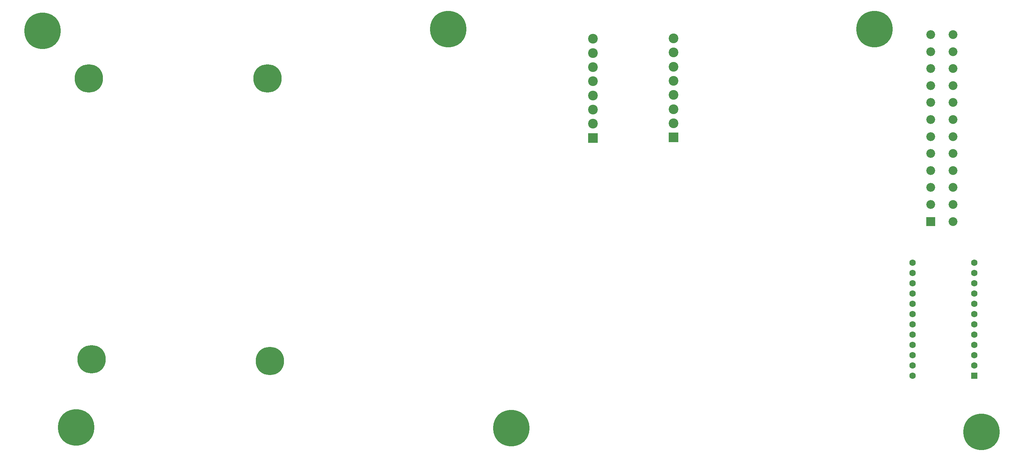
<source format=gbr>
%TF.GenerationSoftware,KiCad,Pcbnew,(5.1.9)-1*%
%TF.CreationDate,2021-07-06T18:24:39-05:00*%
%TF.ProjectId,GEN 1 PSU CARD,47454e20-3120-4505-9355-20434152442e,rev?*%
%TF.SameCoordinates,Original*%
%TF.FileFunction,Soldermask,Bot*%
%TF.FilePolarity,Negative*%
%FSLAX46Y46*%
G04 Gerber Fmt 4.6, Leading zero omitted, Abs format (unit mm)*
G04 Created by KiCad (PCBNEW (5.1.9)-1) date 2021-07-06 18:24:39*
%MOMM*%
%LPD*%
G01*
G04 APERTURE LIST*
%ADD10C,9.000000*%
%ADD11C,2.175000*%
%ADD12R,2.175000X2.175000*%
%ADD13C,7.000000*%
%ADD14C,0.800000*%
%ADD15C,1.600000*%
%ADD16R,1.600000X1.600000*%
%ADD17C,2.400000*%
%ADD18R,2.400000X2.400000*%
G04 APERTURE END LIST*
D10*
%TO.C,REF\u002A\u002A*%
X266034520Y-149098000D03*
%TD*%
%TO.C,REF\u002A\u002A*%
X239654080Y-49509680D03*
%TD*%
%TO.C,REF\u002A\u002A*%
X134391400Y-49570640D03*
%TD*%
%TO.C,REF\u002A\u002A*%
X149931120Y-148209000D03*
%TD*%
%TO.C,REF\u002A\u002A*%
X34254440Y-49956720D03*
%TD*%
%TO.C,REF\u002A\u002A*%
X42550080Y-148056600D03*
%TD*%
D11*
%TO.C,J4*%
X259052960Y-50904200D03*
X253552960Y-50904200D03*
X259052960Y-55104200D03*
X253552960Y-55104200D03*
X259052960Y-59304200D03*
X253552960Y-59304200D03*
X259052960Y-63504200D03*
X253552960Y-63504200D03*
X259052960Y-67704200D03*
X253552960Y-67704200D03*
X259052960Y-71904200D03*
X253552960Y-71904200D03*
X259052960Y-76104200D03*
X253552960Y-76104200D03*
X259052960Y-80304200D03*
X253552960Y-80304200D03*
X259052960Y-84504200D03*
X253552960Y-84504200D03*
X259052960Y-88704200D03*
X253552960Y-88704200D03*
X259052960Y-92904200D03*
X253552960Y-92904200D03*
X259052960Y-97104200D03*
D12*
X253552960Y-97104200D03*
%TD*%
D13*
%TO.C,REF\u002A\u002A*%
X90388440Y-131556760D03*
D14*
X93013440Y-131556760D03*
X92244595Y-133412915D03*
X90388440Y-134181760D03*
X88532285Y-133412915D03*
X87763440Y-131556760D03*
X88532285Y-129700605D03*
X90388440Y-128931760D03*
X92244595Y-129700605D03*
%TD*%
D13*
%TO.C,REF\u002A\u002A*%
X46344840Y-131130040D03*
D14*
X48969840Y-131130040D03*
X48200995Y-132986195D03*
X46344840Y-133755040D03*
X44488685Y-132986195D03*
X43719840Y-131130040D03*
X44488685Y-129273885D03*
X46344840Y-128505040D03*
X48200995Y-129273885D03*
%TD*%
%TO.C,REF\u002A\u002A*%
X91609595Y-59860765D03*
X89753440Y-59091920D03*
X87897285Y-59860765D03*
X87128440Y-61716920D03*
X87897285Y-63573075D03*
X89753440Y-64341920D03*
X91609595Y-63573075D03*
X92378440Y-61716920D03*
D13*
X89753440Y-61716920D03*
%TD*%
D14*
%TO.C,REF\u002A\u002A*%
X47560915Y-59881085D03*
X45704760Y-59112240D03*
X43848605Y-59881085D03*
X43079760Y-61737240D03*
X43848605Y-63593395D03*
X45704760Y-64362240D03*
X47560915Y-63593395D03*
X48329760Y-61737240D03*
D13*
X45704760Y-61737240D03*
%TD*%
D15*
%TO.C,U1*%
X249026680Y-135255000D03*
X249026680Y-132715000D03*
X249026680Y-130175000D03*
X249026680Y-127635000D03*
X249026680Y-125095000D03*
X249026680Y-122555000D03*
X249026680Y-120015000D03*
X249026680Y-117475000D03*
X249026680Y-114935000D03*
X249026680Y-112395000D03*
X249026680Y-109855000D03*
X249026680Y-107315000D03*
X264266680Y-107315000D03*
X264266680Y-109855000D03*
X264266680Y-112395000D03*
X264266680Y-114935000D03*
X264266680Y-117475000D03*
X264266680Y-120015000D03*
X264266680Y-122555000D03*
X264266680Y-125095000D03*
X264266680Y-127635000D03*
X264266680Y-130175000D03*
X264266680Y-132715000D03*
D16*
X264266680Y-135255000D03*
%TD*%
D17*
%TO.C,J3*%
X170083480Y-51953400D03*
X170083480Y-55453400D03*
X170083480Y-58953400D03*
X170083480Y-62453400D03*
X170083480Y-65953400D03*
X170083480Y-69453400D03*
X170083480Y-72953400D03*
D18*
X170083480Y-76453400D03*
%TD*%
D17*
%TO.C,J2*%
X189981840Y-51821320D03*
X189981840Y-55321320D03*
X189981840Y-58821320D03*
X189981840Y-62321320D03*
X189981840Y-65821320D03*
X189981840Y-69321320D03*
X189981840Y-72821320D03*
D18*
X189981840Y-76321320D03*
%TD*%
M02*

</source>
